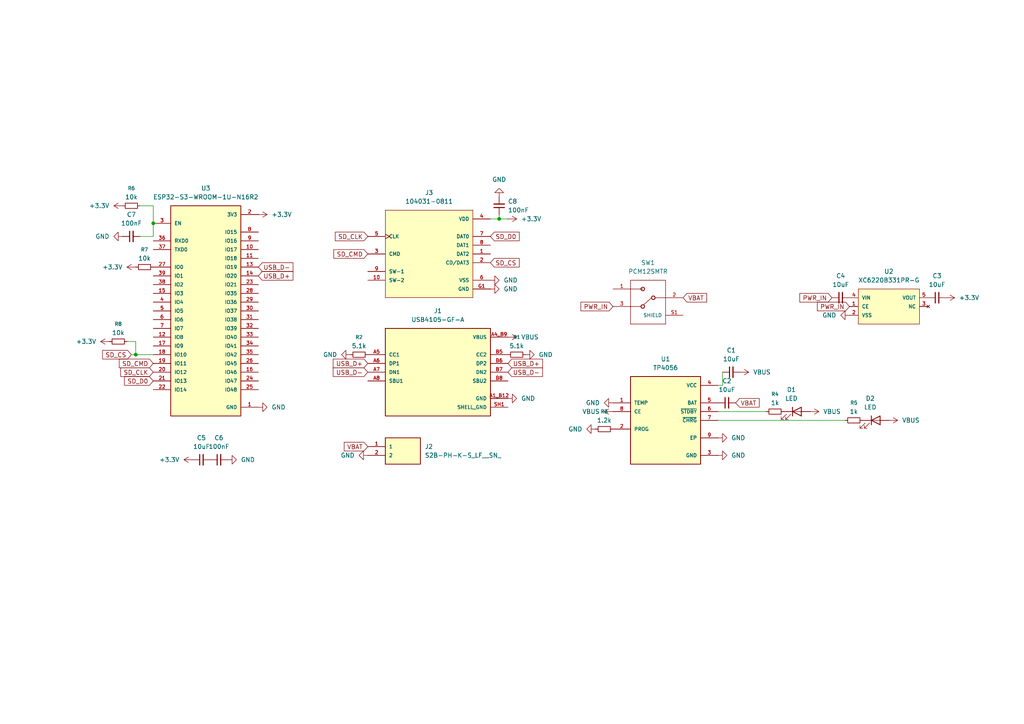
<source format=kicad_sch>
(kicad_sch (version 20250114) (generator "eeschema") (generator_version "9.0")
  (paper "A4")
  (lib_symbols
    (symbol "104031-0811:104031-0811" (pin_names (offset 1.016))
      (property "Reference" "J" (at -12.7 13.462 0))
      (property "Value" "104031-0811" (at -12.7 -15.24 0))
      (symbol "104031-0811_0_0"
        (rectangle (start -12.7 -12.7) (end 12.7 12.7) (stroke (width 0.1524)) (fill (type background)))
        (pin input clock (at -17.78 5.08 0) (length 5.08) (name "CLK") (number "5"))
        (pin bidirectional line (at -17.78 0 0) (length 5.08) (name "CMD") (number "3"))
        (pin passive line (at -17.78 -5.08 0) (length 5.08) (name "SW-1") (number "9"))
        (pin passive line (at -17.78 -7.62 0) (length 5.08) (name "SW-2") (number "10"))
        (pin power_in line (at 17.78 10.16 180) (length 5.08) (name "VDD") (number "4"))
        (pin bidirectional line (at 17.78 5.08 180) (length 5.08) (name "DAT0") (number "7"))
        (pin bidirectional line (at 17.78 2.54 180) (length 5.08) (name "DAT1") (number "8"))
        (pin bidirectional line (at 17.78 0 180) (length 5.08) (name "DAT2") (number "1"))
        (pin bidirectional line (at 17.78 -2.54 180) (length 5.08) (name "CD/DAT3") (number "2"))
        (pin power_in line (at 17.78 -7.62 180) (length 5.08) (name "VSS") (number "6"))
        (pin power_in line (at 17.78 -10.16 180) (length 5.08) (name "GND") (number "G1"))
        (pin power_in line (at 17.78 -10.16 180) (length 5.08) (hide yes) (name "GND") (number "G2"))
        (pin power_in line (at 17.78 -10.16 180) (length 5.08) (hide yes) (name "GND") (number "G3"))
        (pin power_in line (at 17.78 -10.16 180) (length 5.08) (hide yes) (name "GND") (number "G4"))
      )
    )
    (symbol "Device:C_Small" (pin_numbers (hide yes)) (pin_names (offset 0.254) (hide yes))
      (property "Reference" "C" (at 0.254 1.778 0))
      (property "Value" "C_Small" (at 0.254 -2.032 0))
      (symbol "C_Small_0_1"
        (polyline (pts (xy -1.524 0.508) (xy 1.524 0.508)) (stroke (width 0.3048)))
        (polyline (pts (xy -1.524 -0.508) (xy 1.524 -0.508)) (stroke (width 0.3302)))
      )
      (symbol "C_Small_1_1"
        (pin passive line (at 0 2.54 270) (length 2.032) (name "~") (number "1"))
        (pin passive line (at 0 -2.54 90) (length 2.032) (name "~") (number "2"))
      )
    )
    (symbol "Device:LED" (pin_numbers (hide yes)) (pin_names (offset 1.016) (hide yes))
      (property "Reference" "D" (at 0 2.54 0))
      (property "Value" "LED" (at 0 -2.54 0))
      (symbol "LED_0_1"
        (polyline (pts (xy -3.048 -0.762) (xy -4.572 -2.286) (xy -3.81 -2.286) (xy -4.572 -2.286) (xy -4.572 -1.524)))
        (polyline (pts (xy -1.778 -0.762) (xy -3.302 -2.286) (xy -2.54 -2.286) (xy -3.302 -2.286) (xy -3.302 -1.524)))
        (polyline (pts (xy -1.27 0) (xy 1.27 0)))
        (polyline (pts (xy -1.27 -1.27) (xy -1.27 1.27)) (stroke (width 0.254)))
        (polyline (pts (xy 1.27 -1.27) (xy 1.27 1.27) (xy -1.27 0) (xy 1.27 -1.27)) (stroke (width 0.254)))
      )
      (symbol "LED_1_1"
        (pin passive line (at -3.81 0 0) (length 2.54) (name "K") (number "1"))
        (pin passive line (at 3.81 0 180) (length 2.54) (name "A") (number "2"))
      )
    )
    (symbol "Device:R_Small" (pin_numbers (hide yes)) (pin_names (offset 0.254) (hide yes))
      (property "Reference" "R" (at 0 0 90))
      (property "Value" "R_Small" (at 1.778 0 90))
      (symbol "R_Small_0_1"
        (rectangle (start -0.762 1.778) (end 0.762 -1.778) (stroke (width 0.2032)))
      )
      (symbol "R_Small_1_1"
        (pin passive line (at 0 2.54 270) (length 0.762) (name "~") (number "1"))
        (pin passive line (at 0 -2.54 90) (length 0.762) (name "~") (number "2"))
      )
    )
    (symbol "ESP32-S3-WROOM-1U-N16R2:ESP32-S3-WROOM-1U-N16R2" (pin_names (offset 1.016))
      (property "Reference" "U" (at -10.16 31.242 0))
      (property "Value" "ESP32-S3-WROOM-1U-N16R2" (at -10.16 -33.02 0))
      (symbol "ESP32-S3-WROOM-1U-N16R2_0_0"
        (rectangle (start -10.16 -30.48) (end 10.16 30.48) (stroke (width 0.254)) (fill (type background)))
        (pin input line (at -15.24 25.4 0) (length 5.08) (name "EN") (number "3"))
        (pin bidirectional line (at -15.24 20.32 0) (length 5.08) (name "RXD0") (number "36"))
        (pin bidirectional line (at -15.24 17.78 0) (length 5.08) (name "TXD0") (number "37"))
        (pin bidirectional line (at -15.24 12.7 0) (length 5.08) (name "IO0") (number "27"))
        (pin bidirectional line (at -15.24 10.16 0) (length 5.08) (name "IO1") (number "39"))
        (pin bidirectional line (at -15.24 7.62 0) (length 5.08) (name "IO2") (number "38"))
        (pin bidirectional line (at -15.24 5.08 0) (length 5.08) (name "IO3") (number "15"))
        (pin bidirectional line (at -15.24 2.54 0) (length 5.08) (name "IO4") (number "4"))
        (pin bidirectional line (at -15.24 0 0) (length 5.08) (name "IO5") (number "5"))
        (pin bidirectional line (at -15.24 -2.54 0) (length 5.08) (name "IO6") (number "6"))
        (pin bidirectional line (at -15.24 -5.08 0) (length 5.08) (name "IO7") (number "7"))
        (pin bidirectional line (at -15.24 -7.62 0) (length 5.08) (name "IO8") (number "12"))
        (pin bidirectional line (at -15.24 -10.16 0) (length 5.08) (name "IO9") (number "17"))
        (pin bidirectional line (at -15.24 -12.7 0) (length 5.08) (name "IO10") (number "18"))
        (pin bidirectional line (at -15.24 -15.24 0) (length 5.08) (name "IO11") (number "19"))
        (pin bidirectional line (at -15.24 -17.78 0) (length 5.08) (name "IO12") (number "20"))
        (pin bidirectional line (at -15.24 -20.32 0) (length 5.08) (name "IO13") (number "21"))
        (pin bidirectional line (at -15.24 -22.86 0) (length 5.08) (name "IO14") (number "22"))
        (pin power_in line (at 15.24 27.94 180) (length 5.08) (name "3V3") (number "2"))
        (pin bidirectional line (at 15.24 22.86 180) (length 5.08) (name "IO15") (number "8"))
        (pin bidirectional line (at 15.24 20.32 180) (length 5.08) (name "IO16") (number "9"))
        (pin bidirectional line (at 15.24 17.78 180) (length 5.08) (name "IO17") (number "10"))
        (pin bidirectional line (at 15.24 15.24 180) (length 5.08) (name "IO18") (number "11"))
        (pin bidirectional line (at 15.24 12.7 180) (length 5.08) (name "IO19") (number "13"))
        (pin bidirectional line (at 15.24 10.16 180) (length 5.08) (name "IO20") (number "14"))
        (pin bidirectional line (at 15.24 7.62 180) (length 5.08) (name "IO21") (number "23"))
        (pin bidirectional line (at 15.24 5.08 180) (length 5.08) (name "IO35") (number "28"))
        (pin bidirectional line (at 15.24 2.54 180) (length 5.08) (name "IO36") (number "29"))
        (pin bidirectional line (at 15.24 0 180) (length 5.08) (name "IO37") (number "30"))
        (pin bidirectional line (at 15.24 -2.54 180) (length 5.08) (name "IO38") (number "31"))
        (pin bidirectional line (at 15.24 -5.08 180) (length 5.08) (name "IO39") (number "32"))
        (pin bidirectional line (at 15.24 -7.62 180) (length 5.08) (name "IO40") (number "33"))
        (pin bidirectional line (at 15.24 -10.16 180) (length 5.08) (name "IO41") (number "34"))
        (pin bidirectional line (at 15.24 -12.7 180) (length 5.08) (name "IO42") (number "35"))
        (pin bidirectional line (at 15.24 -15.24 180) (length 5.08) (name "IO45") (number "26"))
        (pin bidirectional line (at 15.24 -17.78 180) (length 5.08) (name "IO46") (number "16"))
        (pin bidirectional line (at 15.24 -20.32 180) (length 5.08) (name "IO47") (number "24"))
        (pin bidirectional line (at 15.24 -22.86 180) (length 5.08) (name "IO48") (number "25"))
        (pin power_in line (at 15.24 -27.94 180) (length 5.08) (name "GND") (number "1"))
        (pin power_in line (at 15.24 -27.94 180) (length 5.08) (hide yes) (name "GND") (number "40"))
        (pin power_in line (at 15.24 -27.94 180) (length 5.08) (hide yes) (name "GND") (number "41_1"))
        (pin power_in line (at 15.24 -27.94 180) (length 5.08) (hide yes) (name "GND") (number "41_2"))
        (pin power_in line (at 15.24 -27.94 180) (length 5.08) (hide yes) (name "GND") (number "41_3"))
        (pin power_in line (at 15.24 -27.94 180) (length 5.08) (hide yes) (name "GND") (number "41_4"))
        (pin power_in line (at 15.24 -27.94 180) (length 5.08) (hide yes) (name "GND") (number "41_5"))
        (pin power_in line (at 15.24 -27.94 180) (length 5.08) (hide yes) (name "GND") (number "41_6"))
        (pin power_in line (at 15.24 -27.94 180) (length 5.08) (hide yes) (name "GND") (number "41_7"))
        (pin power_in line (at 15.24 -27.94 180) (length 5.08) (hide yes) (name "GND") (number "41_8"))
        (pin power_in line (at 15.24 -27.94 180) (length 5.08) (hide yes) (name "GND") (number "41_9"))
      )
    )
    (symbol "PCM12SMTR:PCM12SMTR" (pin_names (offset 1.016))
      (property "Reference" "SW" (at -5.0844 5.3386 0))
      (property "Value" "PCM12SMTR" (at -5.1814 -9.6619 0))
      (symbol "PCM12SMTR_0_0"
        (polyline (pts (xy -5.08 5.08) (xy -5.08 2.54)) (stroke (width 0.1524)))
        (polyline (pts (xy -5.08 2.54) (xy -5.08 -2.54)) (stroke (width 0.1524)))
        (polyline (pts (xy -5.08 2.54) (xy -1.524 2.54)) (stroke (width 0.1524)))
        (polyline (pts (xy -5.08 -2.54) (xy -5.08 -7.62)) (stroke (width 0.1524)))
        (polyline (pts (xy -5.08 -2.54) (xy -2.032 -2.54)) (stroke (width 0.1524)))
        (polyline (pts (xy -5.08 -7.62) (xy 5.08 -7.62)) (stroke (width 0.1524)))
        (circle (center -1.524 2.54) (radius 0.508) (stroke (width 0.254)))
        (circle (center -1.524 -2.54) (radius 0.508) (stroke (width 0.254)))
        (polyline (pts (xy 1.016 0) (xy -1.27 -2.032)) (stroke (width 0.1524)))
        (circle (center 1.524 0) (radius 0.508) (stroke (width 0.254)))
        (polyline (pts (xy 2.032 0) (xy 5.08 0)) (stroke (width 0.1524)))
        (polyline (pts (xy 5.08 5.08) (xy -5.08 5.08)) (stroke (width 0.1524)))
        (polyline (pts (xy 5.08 0) (xy 5.08 5.08)) (stroke (width 0.1524)))
        (polyline (pts (xy 5.08 -7.62) (xy 5.08 0)) (stroke (width 0.1524)))
        (pin passive line (at -10.16 2.54 0) (length 5.08) (name "~") (number "1"))
        (pin passive line (at -10.16 -2.54 0) (length 5.08) (name "~") (number "3"))
        (pin passive line (at 10.16 0 180) (length 5.08) (name "~") (number "2"))
        (pin passive line (at 10.16 -5.08 180) (length 5.08) (name "SHIELD") (number "S1"))
        (pin passive line (at 10.16 -5.08 180) (length 5.08) (hide yes) (name "SHIELD") (number "S2"))
        (pin passive line (at 10.16 -5.08 180) (length 5.08) (hide yes) (name "SHIELD") (number "S3"))
        (pin passive line (at 10.16 -5.08 180) (length 5.08) (hide yes) (name "SHIELD") (number "S4"))
      )
    )
    (symbol "S2B-PH-K-S_LF__SN_:S2B-PH-K-S_LF__SN_" (pin_names (offset 1.016))
      (property "Reference" "J" (at -5.08 3.302 0))
      (property "Value" "S2B-PH-K-S_LF__SN_" (at -5.08 -7.62 0))
      (symbol "S2B-PH-K-S_LF__SN__0_0"
        (rectangle (start -5.08 -5.08) (end 5.08 2.54) (stroke (width 0.254)) (fill (type background)))
        (pin passive line (at -10.16 0 0) (length 5.08) (name "1") (number "1"))
        (pin passive line (at -10.16 -2.54 0) (length 5.08) (name "2") (number "2"))
      )
    )
    (symbol "TP4056:TP4056" (pin_names (offset 1.016))
      (property "Reference" "U" (at -10.16 13.208 0))
      (property "Value" "TP4056" (at -10.16 -15.24 0))
      (symbol "TP4056_0_0"
        (rectangle (start -10.16 -12.7) (end 10.16 12.7) (stroke (width 0.254)) (fill (type background)))
        (pin input line (at -15.24 5.08 0) (length 5.08) (name "TEMP") (number "1"))
        (pin input line (at -15.24 2.54 0) (length 5.08) (name "CE") (number "8"))
        (pin bidirectional line (at -15.24 -2.54 0) (length 5.08) (name "PROG") (number "2"))
        (pin power_in line (at 15.24 10.16 180) (length 5.08) (name "VCC") (number "4"))
        (pin output line (at 15.24 5.08 180) (length 5.08) (name "BAT") (number "5"))
        (pin output line (at 15.24 2.54 180) (length 5.08) (name "~{STDBY}") (number "6"))
        (pin output line (at 15.24 0 180) (length 5.08) (name "~{CHRG}") (number "7"))
        (pin passive line (at 15.24 -5.08 180) (length 5.08) (name "EP") (number "9"))
        (pin power_in line (at 15.24 -10.16 180) (length 5.08) (name "GND") (number "3"))
      )
    )
    (symbol "USB4105-GF-A:USB4105-GF-A" (pin_names (offset 1.016))
      (property "Reference" "J" (at -15.24 13.97 0))
      (property "Value" "USB4105-GF-A" (at -15.24 -15.24 0))
      (symbol "USB4105-GF-A_0_0"
        (rectangle (start -15.24 -12.7) (end 15.24 12.7) (stroke (width 0.254)) (fill (type background)))
        (pin bidirectional line (at -20.32 5.08 0) (length 5.08) (name "CC1") (number "A5"))
        (pin bidirectional line (at -20.32 2.54 0) (length 5.08) (name "DP1") (number "A6"))
        (pin bidirectional line (at -20.32 0 0) (length 5.08) (name "DN1") (number "A7"))
        (pin bidirectional line (at -20.32 -2.54 0) (length 5.08) (name "SBU1") (number "A8"))
        (pin power_in line (at 20.32 10.16 180) (length 5.08) (name "VBUS") (number "A4_B9"))
        (pin power_in line (at 20.32 10.16 180) (length 5.08) (hide yes) (name "VBUS") (number "B4_A9"))
        (pin bidirectional line (at 20.32 5.08 180) (length 5.08) (name "CC2") (number "B5"))
        (pin bidirectional line (at 20.32 2.54 180) (length 5.08) (name "DP2") (number "B6"))
        (pin bidirectional line (at 20.32 0 180) (length 5.08) (name "DN2") (number "B7"))
        (pin bidirectional line (at 20.32 -2.54 180) (length 5.08) (name "SBU2") (number "B8"))
        (pin power_in line (at 20.32 -7.62 180) (length 5.08) (name "GND") (number "A1_B12"))
        (pin power_in line (at 20.32 -7.62 180) (length 5.08) (hide yes) (name "GND") (number "B1_A12"))
        (pin power_in line (at 20.32 -10.16 180) (length 5.08) (name "SHELL_GND") (number "SH1"))
        (pin power_in line (at 20.32 -10.16 180) (length 5.08) (hide yes) (name "SHELL_GND") (number "SH2"))
        (pin power_in line (at 20.32 -10.16 180) (length 5.08) (hide yes) (name "SHELL_GND") (number "SH3"))
        (pin power_in line (at 20.32 -10.16 180) (length 5.08) (hide yes) (name "SHELL_GND") (number "SH4"))
      )
    )
    (symbol "XC6220B331PR-G:XC6220B331PR-G" (pin_names (offset 1.016))
      (property "Reference" "U" (at -8.89 6.35 0))
      (property "Value" "XC6220B331PR-G" (at -8.89 -7.62 0))
      (symbol "XC6220B331PR-G_0_0"
        (rectangle (start -8.89 -5.08) (end 8.89 5.08) (stroke (width 0.1524)) (fill (type background)))
        (pin power_in line (at -11.43 2.54 0) (length 2.54) (name "VIN") (number "4"))
        (pin passive line (at -11.43 0 0) (length 2.54) (name "CE") (number "1"))
        (pin passive line (at -11.43 -2.54 0) (length 2.54) (name "VSS") (number "2"))
        (pin output line (at 11.43 2.54 180) (length 2.54) (name "VOUT") (number "5"))
        (pin no_connect line (at 11.43 0 180) (length 2.54) (name "NC") (number "3"))
      )
    )
    (symbol "power:+3.3V" (power) (pin_numbers (hide yes)) (pin_names (offset 0) (hide yes))
      (property "Value" "+3.3V" (at 0 3.556 0))
      (symbol "+3.3V_0_1"
        (polyline (pts (xy -0.762 1.27) (xy 0 2.54)))
        (polyline (pts (xy 0 2.54) (xy 0.762 1.27)))
        (polyline (pts (xy 0 0) (xy 0 2.54)))
      )
      (symbol "+3.3V_1_1"
        (pin power_in line (at 0 0 90) (length 0) (name "~") (number "1"))
      )
    )
    (symbol "power:GND" (power) (pin_numbers (hide yes)) (pin_names (offset 0) (hide yes))
      (property "Value" "GND" (at 0 -3.81 0))
      (symbol "GND_0_1"
        (polyline (pts (xy 0 0) (xy 0 -1.27) (xy 1.27 -1.27) (xy 0 -2.54) (xy -1.27 -1.27) (xy 0 -1.27)))
      )
      (symbol "GND_1_1"
        (pin power_in line (at 0 0 270) (length 0) (name "~") (number "1"))
      )
    )
    (symbol "power:VBUS" (power) (pin_numbers (hide yes)) (pin_names (offset 0) (hide yes))
      (property "Value" "VBUS" (at 0 3.556 0))
      (symbol "VBUS_0_1"
        (polyline (pts (xy -0.762 1.27) (xy 0 2.54)))
        (polyline (pts (xy 0 2.54) (xy 0.762 1.27)))
        (polyline (pts (xy 0 0) (xy 0 2.54)))
      )
      (symbol "VBUS_1_1"
        (pin power_in line (at 0 0 90) (length 0) (name "~") (number "1"))
      )
    )
  )
  (junction (at 39.37 102.87))
  (junction (at 144.78 63.5))
  (junction (at 44.45 64.77))
  (wire (pts (xy 44.45 59.69) (xy 44.45 64.77)))
  (wire (pts (xy 222.25 119.38) (xy 208.28 119.38)))
  (wire (pts (xy 144.78 63.5) (xy 147.32 63.5)))
  (wire (pts (xy 40.64 59.69) (xy 44.45 59.69)))
  (wire (pts (xy 209.55 107.95) (xy 209.55 111.76)))
  (wire (pts (xy 44.45 68.58) (xy 44.45 64.77)))
  (wire (pts (xy 38.1 102.87) (xy 39.37 102.87)))
  (wire (pts (xy 36.83 99.06) (xy 39.37 99.06)))
  (wire (pts (xy 142.24 63.5) (xy 144.78 63.5)))
  (wire (pts (xy 39.37 102.87) (xy 44.45 102.87)))
  (wire (pts (xy 144.78 62.23) (xy 144.78 63.5)))
  (wire (pts (xy 245.11 121.92) (xy 208.28 121.92)))
  (wire (pts (xy 39.37 99.06) (xy 39.37 102.87)))
  (wire (pts (xy 40.64 68.58) (xy 44.45 68.58)))
  (wire (pts (xy 209.55 111.76) (xy 208.28 111.76)))
  (global_label "SD_CLK" (shape input) (at 44.45 107.95 180) (property "Intersheetrefs" "${INTERSHEET_REFS}" (effects (hide yes))))
  (global_label "SD_D0" (shape input) (at 142.24 68.58 0) (property "Intersheetrefs" "${INTERSHEET_REFS}" (effects (hide yes))))
  (global_label "VBAT" (shape input) (at 106.68 129.54 180) (property "Intersheetrefs" "${INTERSHEET_REFS}" (effects (hide yes))))
  (global_label "PWR_IN" (shape input) (at 177.8 88.9 180) (property "Intersheetrefs" "${INTERSHEET_REFS}" (effects (hide yes))))
  (global_label "SD_CS" (shape input) (at 142.24 76.2 0) (property "Intersheetrefs" "${INTERSHEET_REFS}" (effects (hide yes))))
  (global_label "USB_D-" (shape input) (at 74.93 77.47 0) (property "Intersheetrefs" "${INTERSHEET_REFS}" (effects (hide yes))))
  (global_label "USB_D-" (shape input) (at 147.32 107.95 0) (property "Intersheetrefs" "${INTERSHEET_REFS}" (effects (hide yes))))
  (global_label "PWR_IN" (shape input) (at 246.38 88.9 180) (property "Intersheetrefs" "${INTERSHEET_REFS}" (effects (hide yes))))
  (global_label "USB_D-" (shape input) (at 106.68 107.95 180) (property "Intersheetrefs" "${INTERSHEET_REFS}" (effects (hide yes))))
  (global_label "USB_D+" (shape input) (at 74.93 80.01 0) (property "Intersheetrefs" "${INTERSHEET_REFS}" (effects (hide yes))))
  (global_label "VBAT" (shape input) (at 213.36 116.84 0) (property "Intersheetrefs" "${INTERSHEET_REFS}" (effects (hide yes))))
  (global_label "VBAT" (shape input) (at 198.12 86.36 0) (property "Intersheetrefs" "${INTERSHEET_REFS}" (effects (hide yes))))
  (global_label "PWR_IN" (shape input) (at 241.3 86.36 180) (property "Intersheetrefs" "${INTERSHEET_REFS}" (effects (hide yes))))
  (global_label "SD_CLK" (shape input) (at 106.68 68.58 180) (property "Intersheetrefs" "${INTERSHEET_REFS}" (effects (hide yes))))
  (global_label "USB_D+" (shape input) (at 147.32 105.41 0) (property "Intersheetrefs" "${INTERSHEET_REFS}" (effects (hide yes))))
  (global_label "SD_D0" (shape input) (at 44.45 110.49 180) (property "Intersheetrefs" "${INTERSHEET_REFS}" (effects (hide yes))))
  (global_label "SD_CS" (shape input) (at 38.1 102.87 180) (property "Intersheetrefs" "${INTERSHEET_REFS}" (effects (hide yes))))
  (global_label "USB_D+" (shape input) (at 106.68 105.41 180) (property "Intersheetrefs" "${INTERSHEET_REFS}" (effects (hide yes))))
  (global_label "SD_CMD" (shape input) (at 106.68 73.66 180) (property "Intersheetrefs" "${INTERSHEET_REFS}" (effects (hide yes))))
  (global_label "SD_CMD" (shape input) (at 44.45 105.41 180) (property "Intersheetrefs" "${INTERSHEET_REFS}" (effects (hide yes))))
  (symbol (lib_id "Device:R_Small") (at 34.29 99.06 90) (unit 1)
    (property "Reference" "R8" (at 34.29 93.98 90) (effects (font (size 1.016 1.016))))
    (property "Value" "10k" (at 34.29 96.52 90))
    (property "Footprint" "Resistor_SMD:R_0603_1608Metric" (effects (hide yes)))
    (property "Description" "Resistor, small symbol" (effects (hide yes)))
  )
  (symbol (lib_id "power:+3.3V") (at 35.56 59.69 90) (unit 1)
    (property "Reference" "#PWR020" (effects (hide yes)))
    (property "Value" "+3.3V" (at 31.75 59.6899 90) (effects (justify left)))
    (property "Description" "Power symbol creates a global label with name \"+3.3V\"" (effects (hide yes)))
  )
  (symbol (lib_id "power:GND") (at 101.6 102.87 270) (unit 1)
    (property "Reference" "#PWR02" (effects (hide yes)))
    (property "Value" "GND" (at 97.79 102.8699 90) (effects (justify right)))
    (property "Description" "Power symbol creates a global label with name \"GND\" , ground" (effects (hide yes)))
  )
  (symbol (lib_id "Device:LED") (at 231.14 119.38 0) (unit 1)
    (property "Reference" "D1" (at 229.5525 113.03 0))
    (property "Value" "LED" (at 229.5525 115.57 0))
    (property "Footprint" "LED_SMD:LED_0603_1608Metric" (effects (hide yes)))
    (property "Description" "Light emitting diode" (effects (hide yes)))
    (property "Sim.Pins" "1=K 2=A" (effects (hide yes)))
  )
  (symbol (lib_id "power:VBUS") (at 234.95 119.38 270) (unit 1)
    (property "Reference" "#PWR09" (effects (hide yes)))
    (property "Value" "VBUS" (at 238.76 119.3799 90) (effects (justify left)))
    (property "Description" "Power symbol creates a global label with name \"VBUS\"" (effects (hide yes)))
  )
  (symbol (lib_id "power:GND") (at 147.32 115.57 90) (unit 1)
    (property "Reference" "#PWR04" (effects (hide yes)))
    (property "Value" "GND" (at 151.13 115.5699 90) (effects (justify right)))
    (property "Description" "Power symbol creates a global label with name \"GND\" , ground" (effects (hide yes)))
  )
  (symbol (lib_id "power:GND") (at 172.72 124.46 270) (unit 1)
    (property "Reference" "#PWR08" (effects (hide yes)))
    (property "Value" "GND" (at 168.91 124.4599 90) (effects (justify right)))
    (property "Description" "Power symbol creates a global label with name \"GND\" , ground" (effects (hide yes)))
  )
  (symbol (lib_id "Device:C_Small") (at 38.1 68.58 90) (unit 1)
    (property "Reference" "C7" (at 38.1063 62.23 90))
    (property "Value" "100nF" (at 38.1063 64.77 90))
    (property "Footprint" "Capacitor_SMD:C_0603_1608Metric" (effects (hide yes)))
    (property "Description" "Unpolarized capacitor, small symbol" (effects (hide yes)))
  )
  (symbol (lib_id "power:+3.3V") (at 274.32 86.36 270) (unit 1)
    (property "Reference" "#PWR014" (effects (hide yes)))
    (property "Value" "+3.3V" (at 278.13 86.3599 90) (effects (justify left)))
    (property "Description" "Power symbol creates a global label with name \"+3.3V\"" (effects (hide yes)))
  )
  (symbol (lib_id "power:GND") (at 35.56 68.58 270) (unit 1)
    (property "Reference" "#PWR021" (effects (hide yes)))
    (property "Value" "GND" (at 31.75 68.5799 90) (effects (justify right)))
    (property "Description" "Power symbol creates a global label with name \"GND\" , ground" (effects (hide yes)))
  )
  (symbol (lib_id "power:GND") (at 106.68 132.08 270) (unit 1)
    (property "Reference" "#PWR012" (effects (hide yes)))
    (property "Value" "GND" (at 102.87 132.0799 90) (effects (justify right)))
    (property "Description" "Power symbol creates a global label with name \"GND\" , ground" (effects (hide yes)))
  )
  (symbol (lib_id "Device:C_Small") (at 210.82 116.84 90) (unit 1)
    (property "Reference" "C2" (at 210.8263 110.49 90))
    (property "Value" "10uF" (at 210.8263 113.03 90))
    (property "Footprint" "Capacitor_SMD:C_0603_1608Metric" (effects (hide yes)))
    (property "Description" "Unpolarized capacitor, small symbol" (effects (hide yes)))
  )
  (symbol (lib_id "ESP32-S3-WROOM-1U-N16R2:ESP32-S3-WROOM-1U-N16R2") (at 59.69 90.17 0) (unit 1)
    (property "Reference" "U3" (at 59.69 54.61 0))
    (property "Value" "ESP32-S3-WROOM-1U-N16R2" (at 59.69 57.15 0))
    (property "Footprint" "ESP32-S3-WROOM-1U-N16R2:XCVR_ESP32-S3-WROOM-1U-N16R2" (effects (hide yes)))
    (property "MF" "Espressif Systems" (effects (hide yes)))
    (property "MAXIMUM_PACKAGE_HEIGHT" "3.35mm" (effects (hide yes)))
    (property "Package" "SMD-41 Espressif Systems" (effects (hide yes)))
    (property "Price" "None" (effects (hide yes)))
    (property "Check_prices" "https://www.snapeda.com/parts/ESP32-S3-WROOM-1U-N16R2/Espressif+Systems/view-part/?ref=eda" (effects (hide yes)))
    (property "STANDARD" "Manufacturer Recommendations" (effects (hide yes)))
    (property "PARTREV" "v1.1" (effects (hide yes)))
    (property "SnapEDA_Link" "https://www.snapeda.com/parts/ESP32-S3-WROOM-1U-N16R2/Espressif+Systems/view-part/?ref=snap" (effects (hide yes)))
    (property "MP" "ESP32-S3-WROOM-1U-N16R2" (effects (hide yes)))
    (property "Description_1" "Bluetooth, WiFi 802.11b/g/n, Bluetooth v5.0 Transceiver Module 2.4GHz Antenna Not Included, U.FL Surface Mount" (effects (hide yes)))
    (property "Availability" "In Stock" (effects (hide yes)))
    (property "MANUFACTURER" "Espressif Systems" (effects (hide yes)))
  )
  (symbol (lib_id "power:GND") (at 142.24 83.82 90) (unit 1)
    (property "Reference" "#PWR025" (effects (hide yes)))
    (property "Value" "GND" (at 146.05 83.8199 90) (effects (justify right)))
    (property "Description" "Power symbol creates a global label with name \"GND\" , ground" (effects (hide yes)))
  )
  (symbol (lib_id "power:VBUS") (at 257.81 121.92 270) (unit 1)
    (property "Reference" "#PWR010" (effects (hide yes)))
    (property "Value" "VBUS" (at 261.62 121.9199 90) (effects (justify left)))
    (property "Description" "Power symbol creates a global label with name \"VBUS\"" (effects (hide yes)))
  )
  (symbol (lib_id "Device:C_Small") (at 63.5 133.35 90) (unit 1)
    (property "Reference" "C6" (at 63.5063 127 90))
    (property "Value" "100nF" (at 63.5063 129.54 90))
    (property "Footprint" "Capacitor_SMD:C_0603_1608Metric" (effects (hide yes)))
    (property "Description" "Unpolarized capacitor, small symbol" (effects (hide yes)))
  )
  (symbol (lib_id "power:+3.3V") (at 31.75 99.06 90) (unit 1)
    (property "Reference" "#PWR023" (effects (hide yes)))
    (property "Value" "+3.3V" (at 27.94 99.0599 90) (effects (justify left)))
    (property "Description" "Power symbol creates a global label with name \"+3.3V\"" (effects (hide yes)))
  )
  (symbol (lib_id "Device:R_Small") (at 149.86 102.87 90) (unit 1)
    (property "Reference" "R1" (at 149.86 97.79 90) (effects (font (size 1.016 1.016))))
    (property "Value" "5.1k" (at 149.86 100.33 90))
    (property "Footprint" "Resistor_SMD:R_0603_1608Metric" (effects (hide yes)))
    (property "Description" "Resistor, small symbol" (effects (hide yes)))
  )
  (symbol (lib_id "power:+3.3V") (at 39.37 77.47 90) (unit 1)
    (property "Reference" "#PWR022" (effects (hide yes)))
    (property "Value" "+3.3V" (at 35.56 77.4699 90) (effects (justify left)))
    (property "Description" "Power symbol creates a global label with name \"+3.3V\"" (effects (hide yes)))
  )
  (symbol (lib_id "Device:LED") (at 254 121.92 0) (unit 1)
    (property "Reference" "D2" (at 252.4125 115.57 0))
    (property "Value" "LED" (at 252.4125 118.11 0))
    (property "Footprint" "LED_SMD:LED_0603_1608Metric" (effects (hide yes)))
    (property "Description" "Light emitting diode" (effects (hide yes)))
    (property "Sim.Pins" "1=K 2=A" (effects (hide yes)))
  )
  (symbol (lib_id "USB4105-GF-A:USB4105-GF-A") (at 127 107.95 0) (unit 1)
    (property "Reference" "J1" (at 127 90.17 0))
    (property "Value" "USB4105-GF-A" (at 127 92.71 0))
    (property "Footprint" "USB4105-GF-A:GCT_USB4105-GF-A" (effects (hide yes)))
    (property "MF" "GCT" (effects (hide yes)))
    (property "MAXIMUM_PACKAGE_HEIGHT" "3.31 mm" (effects (hide yes)))
    (property "Package" "None" (effects (hide yes)))
    (property "Price" "None" (effects (hide yes)))
    (property "Check_prices" "https://www.snapeda.com/parts/USB4105-GF-A/Global+Connector+Technology/view-part/?ref=eda" (effects (hide yes)))
    (property "STANDARD" "Manufacturer Recommendations" (effects (hide yes)))
    (property "PARTREV" "B4" (effects (hide yes)))
    (property "SnapEDA_Link" "https://www.snapeda.com/parts/USB4105-GF-A/Global+Connector+Technology/view-part/?ref=snap" (effects (hide yes)))
    (property "MP" "USB4105-GF-A" (effects (hide yes)))
    (property "Description_1" "USB-C (USB TYPE-C) USB 2.0 Receptacle Connector 24 (16+8 Dummy) Position Surface Mount, Right Angle; Through Hole" (effects (hide yes)))
    (property "Availability" "In Stock" (effects (hide yes)))
    (property "MANUFACTURER" "GCT" (effects (hide yes)))
  )
  (symbol (lib_id "Device:C_Small") (at 243.84 86.36 90) (unit 1)
    (property "Reference" "C4" (at 243.8463 80.01 90))
    (property "Value" "10uF" (at 243.8463 82.55 90))
    (property "Footprint" "Capacitor_SMD:C_0603_1608Metric" (effects (hide yes)))
    (property "Description" "Unpolarized capacitor, small symbol" (effects (hide yes)))
  )
  (symbol (lib_id "power:+3.3V") (at 55.88 133.35 90) (unit 1)
    (property "Reference" "#PWR018" (effects (hide yes)))
    (property "Value" "+3.3V" (at 52.07 133.3499 90) (effects (justify left)))
    (property "Description" "Power symbol creates a global label with name \"+3.3V\"" (effects (hide yes)))
  )
  (symbol (lib_id "power:+3.3V") (at 74.93 62.23 270) (unit 1)
    (property "Reference" "#PWR015" (effects (hide yes)))
    (property "Value" "+3.3V" (at 78.74 62.2299 90) (effects (justify left)))
    (property "Description" "Power symbol creates a global label with name \"+3.3V\"" (effects (hide yes)))
  )
  (symbol (lib_id "S2B-PH-K-S_LF__SN_:S2B-PH-K-S_LF__SN_") (at 116.84 129.54 0) (unit 1)
    (property "Reference" "J2" (at 123.19 129.5399 0) (effects (justify left)))
    (property "Value" "S2B-PH-K-S_LF__SN_" (at 123.19 132.0799 0) (effects (justify left)))
    (property "Footprint" "S2B-PH-K-S_LF__SN_:JST_S2B-PH-K-S_LF__SN_" (effects (hide yes)))
    (property "MF" "JST Sales America Inc." (effects (hide yes)))
    (property "MAXIMUM_PACKAGE_HEIGHT" "4.8mm" (effects (hide yes)))
    (property "PACKAGE" "None" (effects (hide yes)))
    (property "PRICE" "None" (effects (hide yes)))
    (property "Package" "NON STANDARD-2 J.S.T." (effects (hide yes)))
    (property "Check_prices" "https://www.snapeda.com/parts/S2B-PH-K-S(LF)(SN)/JST/view-part/?ref=eda" (effects (hide yes)))
    (property "Price" "None" (effects (hide yes)))
    (property "SnapEDA_Link" "https://www.snapeda.com/parts/S2B-PH-K-S(LF)(SN)/JST/view-part/?ref=snap" (effects (hide yes)))
    (property "MP" "S2B-PH-K-S(LF)(SN)" (effects (hide yes)))
    (property "Description_1" "Connector Header Through Hole, Right Angle 2 position" (effects (hide yes)))
    (property "Availability" "In Stock" (effects (hide yes)))
    (property "AVAILABILITY" "Unavailable" (effects (hide yes)))
    (property "DESCRIPTION" "Connector Header Through Hole, Right Angle 2 position" (effects (hide yes)))
  )
  (symbol (lib_id "power:VBUS") (at 147.32 97.79 270) (unit 1)
    (property "Reference" "#PWR03" (effects (hide yes)))
    (property "Value" "VBUS" (at 151.13 97.7899 90) (effects (justify left)))
    (property "Description" "Power symbol creates a global label with name \"VBUS\"" (effects (hide yes)))
  )
  (symbol (lib_id "Device:C_Small") (at 271.78 86.36 90) (unit 1)
    (property "Reference" "C3" (at 271.7863 80.01 90))
    (property "Value" "10uF" (at 271.7863 82.55 90))
    (property "Footprint" "Capacitor_SMD:C_0603_1608Metric" (effects (hide yes)))
    (property "Description" "Unpolarized capacitor, small symbol" (effects (hide yes)))
  )
  (symbol (lib_id "Device:R_Small") (at 41.91 77.47 90) (unit 1)
    (property "Reference" "R7" (at 41.91 72.39 90) (effects (font (size 1.016 1.016))))
    (property "Value" "10k" (at 41.91 74.93 90))
    (property "Footprint" "Resistor_SMD:R_0603_1608Metric" (effects (hide yes)))
    (property "Description" "Resistor, small symbol" (effects (hide yes)))
  )
  (symbol (lib_id "power:VBUS") (at 214.63 107.95 270) (unit 1)
    (property "Reference" "#PWR05" (effects (hide yes)))
    (property "Value" "VBUS" (at 218.44 107.9499 90) (effects (justify left)))
    (property "Description" "Power symbol creates a global label with name \"VBUS\"" (effects (hide yes)))
  )
  (symbol (lib_id "Device:R_Small") (at 247.65 121.92 90) (unit 1)
    (property "Reference" "R5" (at 247.65 116.84 90) (effects (font (size 1.016 1.016))))
    (property "Value" "1k" (at 247.65 119.38 90))
    (property "Footprint" "Resistor_SMD:R_0603_1608Metric" (effects (hide yes)))
    (property "Description" "Resistor, small symbol" (effects (hide yes)))
  )
  (symbol (lib_id "Device:R_Small") (at 224.79 119.38 90) (unit 1)
    (property "Reference" "R4" (at 224.79 114.3 90) (effects (font (size 1.016 1.016))))
    (property "Value" "1k" (at 224.79 116.84 90))
    (property "Footprint" "Resistor_SMD:R_0603_1608Metric" (effects (hide yes)))
    (property "Description" "Resistor, small symbol" (effects (hide yes)))
  )
  (symbol (lib_id "Device:C_Small") (at 58.42 133.35 90) (unit 1)
    (property "Reference" "C5" (at 58.4263 127 90))
    (property "Value" "10uF" (at 58.4263 129.54 90))
    (property "Footprint" "Capacitor_SMD:C_0603_1608Metric" (effects (hide yes)))
    (property "Description" "Unpolarized capacitor, small symbol" (effects (hide yes)))
  )
  (symbol (lib_id "Device:C_Small") (at 144.78 59.69 180) (unit 1)
    (property "Reference" "C8" (at 147.32 58.4135 0) (effects (justify right)))
    (property "Value" "100nF" (at 147.32 60.9535 0) (effects (justify right)))
    (property "Footprint" "Capacitor_SMD:C_0603_1608Metric" (effects (hide yes)))
    (property "Description" "Unpolarized capacitor, small symbol" (effects (hide yes)))
  )
  (symbol (lib_id "PCM12SMTR:PCM12SMTR") (at 187.96 86.36 0) (unit 1)
    (property "Reference" "SW1" (at 187.96 76.2 0))
    (property "Value" "PCM12SMTR" (at 187.96 78.74 0))
    (property "Footprint" "PCM12SMTR:SW_PCM12SMTR" (effects (hide yes)))
    (property "MF" "C&K" (effects (hide yes)))
    (property "Description_1" "Switch,Slide,Ultra-Mini,SPDT,ON-ON,300mA,6VDC,Surface Mount,R/A,Gull Wing | C&K PCM12SMTR" (effects (hide yes)))
    (property "Package" "None" (effects (hide yes)))
    (property "Price" "None" (effects (hide yes)))
    (property "Check_prices" "https://www.snapeda.com/parts/PCM12SMTR/C%2526K/view-part/?ref=eda" (effects (hide yes)))
    (property "STANDARD" "Manufacturer Recommendation" (effects (hide yes)))
    (property "SnapEDA_Link" "https://www.snapeda.com/parts/PCM12SMTR/C%2526K/view-part/?ref=snap" (effects (hide yes)))
    (property "MP" "PCM12SMTR" (effects (hide yes)))
    (property "Availability" "In Stock" (effects (hide yes)))
    (property "MANUFACTURER" "C&K" (effects (hide yes)))
  )
  (symbol (lib_id "power:GND") (at 208.28 127 90) (unit 1)
    (property "Reference" "#PWR011" (effects (hide yes)))
    (property "Value" "GND" (at 212.09 126.9999 90) (effects (justify right)))
    (property "Description" "Power symbol creates a global label with name \"GND\" , ground" (effects (hide yes)))
  )
  (symbol (lib_id "Device:R_Small") (at 175.26 124.46 90) (unit 1)
    (property "Reference" "R3" (at 175.26 119.38 90) (effects (font (size 1.016 1.016))))
    (property "Value" "1.2k" (at 175.26 121.92 90))
    (property "Footprint" "Resistor_SMD:R_0603_1608Metric" (effects (hide yes)))
    (property "Description" "Resistor, small symbol" (effects (hide yes)))
  )
  (symbol (lib_id "power:VBUS") (at 177.8 119.38 90) (unit 1)
    (property "Reference" "#PWR07" (effects (hide yes)))
    (property "Value" "VBUS" (at 173.99 119.3799 90) (effects (justify left)))
    (property "Description" "Power symbol creates a global label with name \"VBUS\"" (effects (hide yes)))
  )
  (symbol (lib_id "104031-0811:104031-0811") (at 124.46 73.66 0) (unit 1)
    (property "Reference" "J3" (at 124.46 55.88 0))
    (property "Value" "104031-0811" (at 124.46 58.42 0))
    (property "Footprint" "104031-0811:MOLEX_104031-0811" (effects (hide yes)))
    (property "MF" "Molex" (effects (hide yes)))
    (property "MAXIMUM_PACKAGE_HEIGHT" "1.57mm" (effects (hide yes)))
    (property "Package" "None" (effects (hide yes)))
    (property "Price" "None" (effects (hide yes)))
    (property "Check_prices" "https://www.snapeda.com/parts/104031-0811/Molex/view-part/?ref=eda" (effects (hide yes)))
    (property "STANDARD" "Manufacturer Recommendations" (effects (hide yes)))
    (property "PARTREV" "B2" (effects (hide yes)))
    (property "SnapEDA_Link" "https://www.snapeda.com/parts/104031-0811/Molex/view-part/?ref=snap" (effects (hide yes)))
    (property "MP" "104031-0811" (effects (hide yes)))
    (property "Description_1" "Surface Mount Micro SD Card Connector, with Push In Termination | Molex Incorporated 104031-0811" (effects (hide yes)))
    (property "Availability" "In Stock" (effects (hide yes)))
    (property "MANUFACTURER" "Molex" (effects (hide yes)))
  )
  (symbol (lib_id "Device:R_Small") (at 104.14 102.87 90) (unit 1)
    (property "Reference" "R2" (at 104.14 97.79 90) (effects (font (size 1.016 1.016))))
    (property "Value" "5.1k" (at 104.14 100.33 90))
    (property "Footprint" "Resistor_SMD:R_0603_1608Metric" (effects (hide yes)))
    (property "Description" "Resistor, small symbol" (effects (hide yes)))
  )
  (symbol (lib_id "power:GND") (at 152.4 102.87 90) (unit 1)
    (property "Reference" "#PWR01" (effects (hide yes)))
    (property "Value" "GND" (at 156.21 102.8699 90) (effects (justify right)))
    (property "Description" "Power symbol creates a global label with name \"GND\" , ground" (effects (hide yes)))
  )
  (symbol (lib_id "power:GND") (at 177.8 116.84 270) (unit 1)
    (property "Reference" "#PWR017" (effects (hide yes)))
    (property "Value" "GND" (at 173.99 116.8399 90) (effects (justify right)))
    (property "Description" "Power symbol creates a global label with name \"GND\" , ground" (effects (hide yes)))
  )
  (symbol (lib_id "power:GND") (at 142.24 81.28 90) (unit 1)
    (property "Reference" "#PWR026" (effects (hide yes)))
    (property "Value" "GND" (at 146.05 81.2799 90) (effects (justify right)))
    (property "Description" "Power symbol creates a global label with name \"GND\" , ground" (effects (hide yes)))
  )
  (symbol (lib_id "power:GND") (at 208.28 132.08 90) (unit 1)
    (property "Reference" "#PWR06" (effects (hide yes)))
    (property "Value" "GND" (at 212.09 132.0799 90) (effects (justify right)))
    (property "Description" "Power symbol creates a global label with name \"GND\" , ground" (effects (hide yes)))
  )
  (symbol (lib_id "XC6220B331PR-G:XC6220B331PR-G") (at 257.81 88.9 0) (unit 1)
    (property "Reference" "U2" (at 257.81 78.74 0))
    (property "Value" "XC6220B331PR-G" (at 257.81 81.28 0))
    (property "Footprint" "XC6220B331PR-G:XC6220B331PRG" (effects (hide yes)))
    (property "MF" "Torex" (effects (hide yes)))
    (property "Description_1" "Linear Voltage Regulator IC Positive Fixed 1 Output  1A SOT-89-5" (effects (hide yes)))
    (property "COPYRIGHT" "Copyright (C) 2022 Ultra Librarian. All rights reserved." (effects (hide yes)))
    (property "Package" "SOT-89 Torex" (effects (hide yes)))
    (property "Price" "None" (effects (hide yes)))
    (property "Check_prices" "https://www.snapeda.com/parts/XC6220B331PR-G/Torex/view-part/?ref=eda" (effects (hide yes)))
    (property "SnapEDA_Link" "https://www.snapeda.com/parts/XC6220B331PR-G/Torex/view-part/?ref=snap" (effects (hide yes)))
    (property "Availability" "In Stock" (effects (hide yes)))
    (property "DIGI-KEY_PART_NUMBER_1" "893-1128-1-ND" (effects (hide yes)))
    (property "DIGI-KEY_PART_NUMBER_2" "893-1128-2-ND" (effects (hide yes)))
    (property "DIGI-KEY_PART_NUMBER_3" "893-1128-2-NDL" (effects (hide yes)))
    (property "DIGI-KEY_PART_NUMBER_4" "893-1128-6-ND" (effects (hide yes)))
    (property "MP" "XC6220B331PR-G" (effects (hide yes)))
    (property "MFR_NAME" "Torex Semiconductor" (effects (hide yes)))
    (property "MANUFACTURER_PART_NUMBER" "XC6220B331PR-G" (effects (hide yes)))
  )
  (symbol (lib_id "Device:R_Small") (at 38.1 59.69 90) (unit 1)
    (property "Reference" "R6" (at 38.1 54.61 90) (effects (font (size 1.016 1.016))))
    (property "Value" "10k" (at 38.1 57.15 90))
    (property "Footprint" "Resistor_SMD:R_0603_1608Metric" (effects (hide yes)))
    (property "Description" "Resistor, small symbol" (effects (hide yes)))
  )
  (symbol (lib_id "TP4056:TP4056") (at 193.04 121.92 0) (unit 1)
    (property "Reference" "U1" (at 193.04 104.14 0))
    (property "Value" "TP4056" (at 193.04 106.68 0))
    (property "Footprint" "TP4056:SOP127P600X175-9N" (effects (hide yes)))
    (property "MF" "NanJing Top Power ASIC Corp." (effects (hide yes)))
    (property "MAXIMUM_PACKAGE_HEIGHT" "1.75mm" (effects (hide yes)))
    (property "Package" "Package" (effects (hide yes)))
    (property "Price" "None" (effects (hide yes)))
    (property "Check_prices" "https://www.snapeda.com/parts/TP4056/NanJing+Top+Power+ASIC+Corp./view-part/?ref=eda" (effects (hide yes)))
    (property "STANDARD" "IPC 7351B" (effects (hide yes)))
    (property "SnapEDA_Link" "https://www.snapeda.com/parts/TP4056/NanJing+Top+Power+ASIC+Corp./view-part/?ref=snap" (effects (hide yes)))
    (property "MP" "TP4056" (effects (hide yes)))
    (property "Description_1" "Complete single cell Li-Ion battery with a constant current / constant voltage linear charger" (effects (hide yes)))
    (property "Availability" "Not in stock" (effects (hide yes)))
    (property "MANUFACTURER" "NanJing Top Power ASIC Corp." (effects (hide yes)))
  )
  (symbol (lib_id "power:GND") (at 144.78 57.15 180) (unit 1)
    (property "Reference" "#PWR024" (effects (hide yes)))
    (property "Value" "GND" (at 144.78 52.07 0))
    (property "Description" "Power symbol creates a global label with name \"GND\" , ground" (effects (hide yes)))
  )
  (symbol (lib_id "power:GND") (at 66.04 133.35 90) (unit 1)
    (property "Reference" "#PWR019" (effects (hide yes)))
    (property "Value" "GND" (at 69.85 133.3499 90) (effects (justify right)))
    (property "Description" "Power symbol creates a global label with name \"GND\" , ground" (effects (hide yes)))
  )
  (symbol (lib_id "Device:C_Small") (at 212.09 107.95 90) (unit 1)
    (property "Reference" "C1" (at 212.0963 101.6 90))
    (property "Value" "10uF" (at 212.0963 104.14 90))
    (property "Footprint" "Capacitor_SMD:C_0603_1608Metric" (effects (hide yes)))
    (property "Description" "Unpolarized capacitor, small symbol" (effects (hide yes)))
  )
  (symbol (lib_id "power:+3.3V") (at 147.32 63.5 270) (unit 1)
    (property "Reference" "#PWR027" (effects (hide yes)))
    (property "Value" "+3.3V" (at 151.13 63.4999 90) (effects (justify left)))
    (property "Description" "Power symbol creates a global label with name \"+3.3V\"" (effects (hide yes)))
  )
  (symbol (lib_id "power:GND") (at 74.93 118.11 90) (unit 1)
    (property "Reference" "#PWR016" (effects (hide yes)))
    (property "Value" "GND" (at 78.74 118.1099 90) (effects (justify right)))
    (property "Description" "Power symbol creates a global label with name \"GND\" , ground" (effects (hide yes)))
  )
  (symbol (lib_id "power:GND") (at 246.38 91.44 270) (unit 1)
    (property "Reference" "#PWR013" (effects (hide yes)))
    (property "Value" "GND" (at 242.57 91.4399 90) (effects (justify right)))
    (property "Description" "Power symbol creates a global label with name \"GND\" , ground" (effects (hide yes)))
  )
)
</source>
